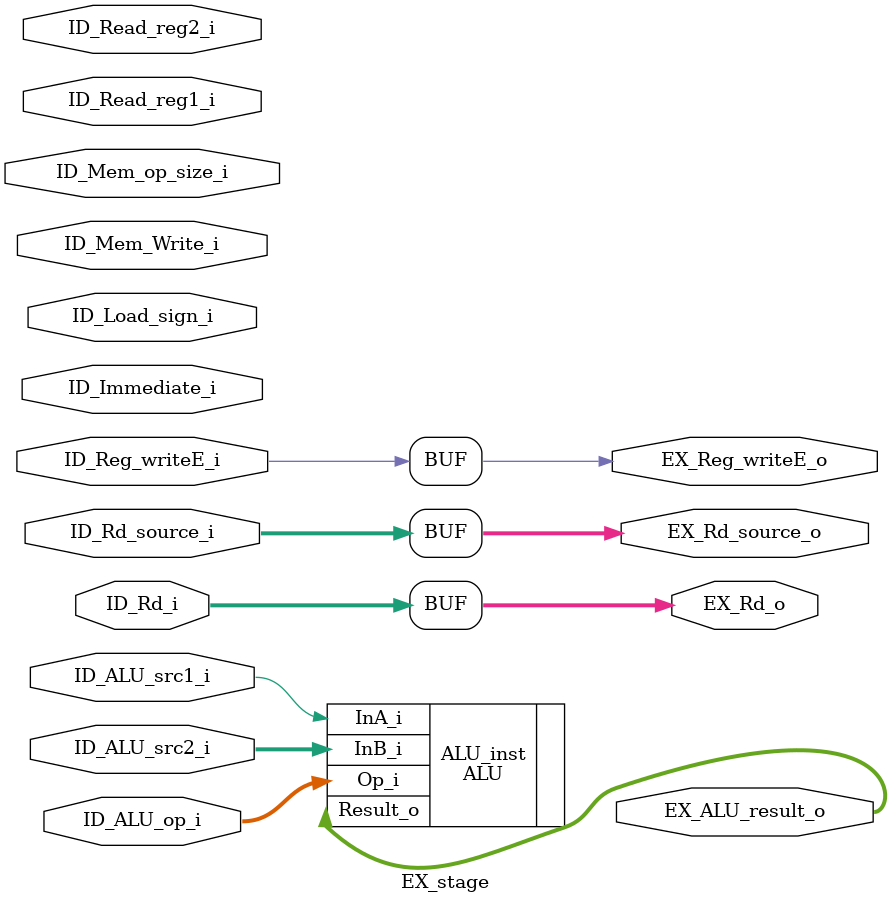
<source format=sv>
module EX_stage(
  input wire ID_ALU_src1_i,
  input wire [1:0] ID_ALU_src2_i,
  input wire [4:0] ID_Rd_i,
  input wire ID_Reg_writeE_i,
  input wire [1:0] ID_Rd_source_i,
  input wire [31:0] ID_Read_reg1_i, ID_Read_reg2_i, ID_Immediate_i,
  input wire [3:0] ID_ALU_op_i,
  input wire [2:0] ID_Mem_op_size_i,
  input wire ID_Mem_Write_i,
  input wire ID_Load_sign_i,
  

  output wire [31:0] EX_ALU_result_o,
  output wire [4:0] EX_Rd_o, 
  output wire EX_Reg_writeE_o,
  output wire [1:0] EX_Rd_source_o,

  
);


  assign EX_Rd_o = ID_Rd_i;
  assign EX_Reg_writeE_o = ID_Reg_writeE_i;
  assign EX_Rd_source_o = ID_Rd_source_i;

  ALU ALU_inst(
    .Op_i(ID_ALU_op_i),
    .InA_i(ID_ALU_src1_i),
    .InB_i(ID_ALU_src2_i),
    .Result_o(EX_ALU_result_o)
  );

  


endmodule




</source>
